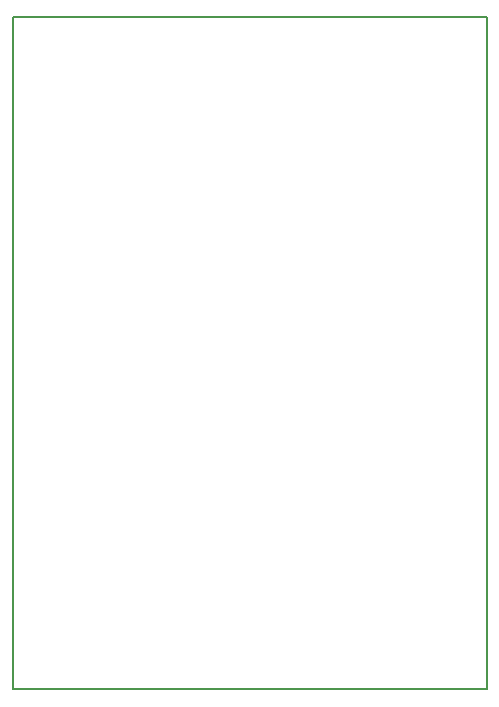
<source format=gbr>
G04 #@! TF.FileFunction,Profile,NP*
%FSLAX46Y46*%
G04 Gerber Fmt 4.6, Leading zero omitted, Abs format (unit mm)*
G04 Created by KiCad (PCBNEW 4.0.6) date 07/10/17 07:09:45*
%MOMM*%
%LPD*%
G01*
G04 APERTURE LIST*
%ADD10C,0.100000*%
%ADD11C,0.150000*%
G04 APERTURE END LIST*
D10*
D11*
X129330000Y-93270000D02*
X130080000Y-93270000D01*
X129330000Y-149180000D02*
X129330000Y-93270000D01*
X129330000Y-150160000D02*
X129330000Y-149190000D01*
X169470000Y-150160000D02*
X129330000Y-150160000D01*
X169470000Y-93270000D02*
X169470000Y-150160000D01*
X130050000Y-93270000D02*
X169470000Y-93270000D01*
M02*

</source>
